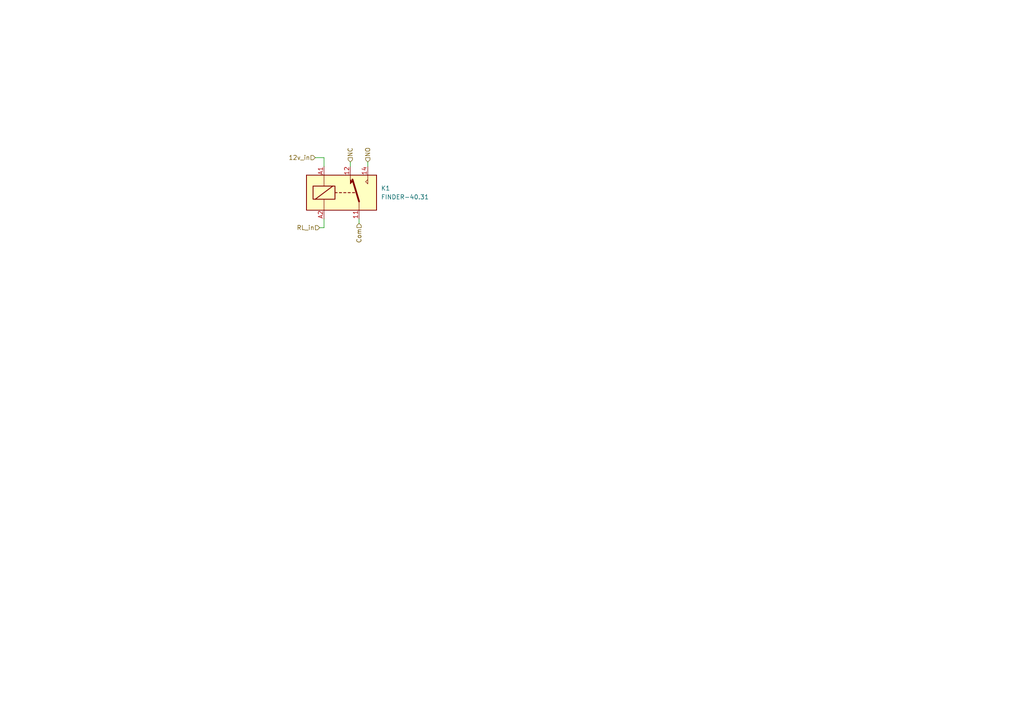
<source format=kicad_sch>
(kicad_sch (version 20230121) (generator eeschema)
  (paper "A4")
  (lib_symbols
    (symbol "Relay:FINDER-40.31"
      (property "Reference" "K" (at 11.43 3.81 0))
      (property "Value" "FINDER-40.31" (at 11.43 1.27 0))
      (symbol "FINDER-40.31_0_0"
        (polyline (pts (xy 7.62 5.08) (xy 7.62 2.54) (xy 6.985 3.175) (xy 7.62 3.81)))
      )
      (symbol "FINDER-40.31_0_1"
        (rectangle (start -10.16 5.08) (end 10.16 -5.08) (stroke (width 0.254)) (fill (type background)))
        (rectangle (start -8.255 1.905) (end -1.905 -1.905) (stroke (width 0.254)))
        (polyline (pts (xy -7.62 -1.905) (xy -2.54 1.905)) (stroke (width 0.254)))
        (polyline (pts (xy -5.08 -5.08) (xy -5.08 -1.905)))
        (polyline (pts (xy -5.08 5.08) (xy -5.08 1.905)))
        (polyline (pts (xy -1.905 0) (xy -1.27 0)) (stroke (width 0.254)))
        (polyline (pts (xy -0.635 0) (xy 0 0)) (stroke (width 0.254)))
        (polyline (pts (xy 0.635 0) (xy 1.27 0)) (stroke (width 0.254)))
        (polyline (pts (xy 1.905 0) (xy 2.54 0)) (stroke (width 0.254)))
        (polyline (pts (xy 3.175 0) (xy 3.81 0)) (stroke (width 0.254)))
        (polyline (pts (xy 5.08 -2.54) (xy 3.175 3.81)) (stroke (width 0.508)))
        (polyline (pts (xy 5.08 -2.54) (xy 5.08 -5.08)))
        (polyline (pts (xy 2.54 5.08) (xy 2.54 2.54) (xy 3.175 3.175) (xy 2.54 3.81)) (fill (type outline)))
      )
      (symbol "FINDER-40.31_1_1"
        (pin passive line (at 5.08 -7.62 90) (length 2.54) (name "~") (number "11"))
        (pin passive line (at 2.54 7.62 270) (length 2.54) (name "~") (number "12"))
        (pin passive line (at 7.62 7.62 270) (length 2.54) (name "~") (number "14"))
        (pin passive line (at -5.08 7.62 270) (length 2.54) (name "~") (number "A1"))
        (pin passive line (at -5.08 -7.62 90) (length 2.54) (name "~") (number "A2"))
      )
    )
  )
  (wire (pts (xy 104.14 64.77) (xy 104.14 63.5)))
  (wire (pts (xy 106.68 46.99) (xy 106.68 48.26)))
  (wire (pts (xy 92.71 66.04) (xy 93.98 66.04)))
  (wire (pts (xy 91.44 45.72) (xy 93.98 45.72)))
  (wire (pts (xy 93.98 45.72) (xy 93.98 48.26)))
  (wire (pts (xy 93.98 66.04) (xy 93.98 63.5)))
  (wire (pts (xy 101.6 46.99) (xy 101.6 48.26)))
  (hierarchical_label "NO" (shape input) (at 106.68 46.99 90))
  (hierarchical_label "12v_in" (shape input) (at 91.44 45.72 180))
  (hierarchical_label "Com" (shape input) (at 104.14 64.77 270))
  (hierarchical_label "RL_in" (shape input) (at 92.71 66.04 180))
  (hierarchical_label "NC" (shape input) (at 101.6 46.99 90))
  (symbol (lib_id "Relay:FINDER-40.31") (at 99.06 55.88 0) (unit 1)
    (property "Reference" "K1" (at 110.49 54.6099 0) (effects (justify left)))
    (property "Value" "FINDER-40.31" (at 110.49 57.1499 0) (effects (justify left)))
    (property "Footprint" "Relay_THT:Relay_SPDT_Finder_40.31" (effects hide))
    (property "Datasheet" "http://gfinder.findernet.com/assets/Series/353/S40EN.pdf" (effects hide))
    (property "Manufacturer_Part_Number" "40.31.8.230.0000" (effects hide))
    (property "Mouser Price/Stock" "https://us.rs-online.com/product/finder/40-31-8-230-0000/70747659/" (effects hide))
  )
)
</source>
